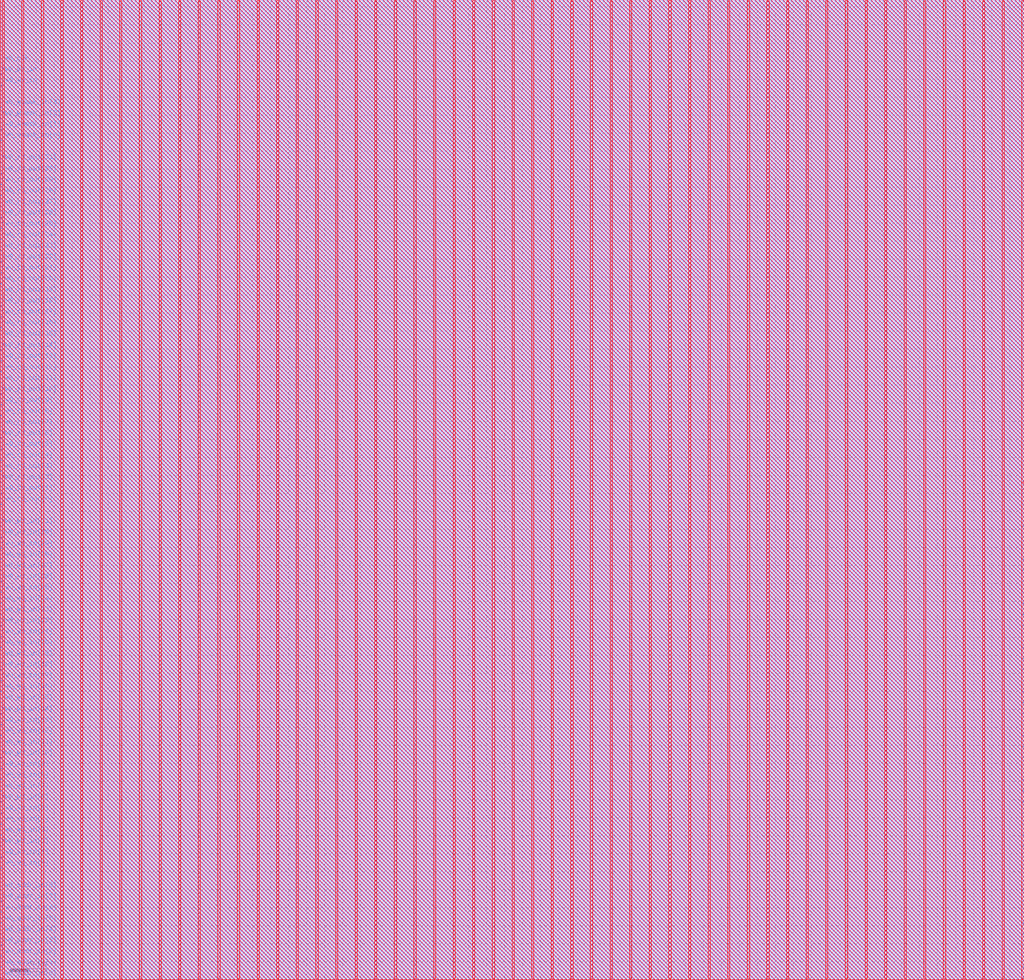
<source format=lef>
# Generated by FakeRAM 2.0
VERSION 5.7 ;
BUSBITCHARS "[]" ;
PROPERTYDEFINITIONS
  MACRO width INTEGER ;
  MACRO depth INTEGER ;
  MACRO banks INTEGER ;
END PROPERTYDEFINITIONS
MACRO liteeth_1rw1r_32w384d_8_sram
  PROPERTY width 32 ;
  PROPERTY depth 384 ;
  PROPERTY banks 1 ;
  FOREIGN liteeth_1rw1r_32w384d_8_sram 0 0 ;
  SYMMETRY X Y R90 ;
  SIZE 568.100 BY 544.000 ;
  CLASS BLOCK ;
  PIN r0_addr_in[0]
    DIRECTION INPUT ;
    USE SIGNAL ;
    SHAPE ABUTMENT ;
    PORT
      LAYER met3 ;
      RECT 567.300 0.680 568.100 0.980 ;
    END
  END r0_addr_in[0]
  PIN r0_addr_in[1]
    DIRECTION INPUT ;
    USE SIGNAL ;
    SHAPE ABUTMENT ;
    PORT
      LAYER met3 ;
      RECT 567.300 6.800 568.100 7.100 ;
    END
  END r0_addr_in[1]
  PIN r0_addr_in[2]
    DIRECTION INPUT ;
    USE SIGNAL ;
    SHAPE ABUTMENT ;
    PORT
      LAYER met3 ;
      RECT 567.300 12.920 568.100 13.220 ;
    END
  END r0_addr_in[2]
  PIN r0_addr_in[3]
    DIRECTION INPUT ;
    USE SIGNAL ;
    SHAPE ABUTMENT ;
    PORT
      LAYER met3 ;
      RECT 567.300 19.040 568.100 19.340 ;
    END
  END r0_addr_in[3]
  PIN r0_addr_in[4]
    DIRECTION INPUT ;
    USE SIGNAL ;
    SHAPE ABUTMENT ;
    PORT
      LAYER met3 ;
      RECT 567.300 25.160 568.100 25.460 ;
    END
  END r0_addr_in[4]
  PIN r0_addr_in[5]
    DIRECTION INPUT ;
    USE SIGNAL ;
    SHAPE ABUTMENT ;
    PORT
      LAYER met3 ;
      RECT 567.300 31.280 568.100 31.580 ;
    END
  END r0_addr_in[5]
  PIN r0_addr_in[6]
    DIRECTION INPUT ;
    USE SIGNAL ;
    SHAPE ABUTMENT ;
    PORT
      LAYER met3 ;
      RECT 567.300 37.400 568.100 37.700 ;
    END
  END r0_addr_in[6]
  PIN r0_addr_in[7]
    DIRECTION INPUT ;
    USE SIGNAL ;
    SHAPE ABUTMENT ;
    PORT
      LAYER met3 ;
      RECT 567.300 43.520 568.100 43.820 ;
    END
  END r0_addr_in[7]
  PIN r0_addr_in[8]
    DIRECTION INPUT ;
    USE SIGNAL ;
    SHAPE ABUTMENT ;
    PORT
      LAYER met3 ;
      RECT 567.300 49.640 568.100 49.940 ;
    END
  END r0_addr_in[8]
  PIN r0_rd_out[0]
    DIRECTION OUTPUT ;
    USE SIGNAL ;
    SHAPE ABUTMENT ;
    PORT
      LAYER met3 ;
      RECT 567.300 61.880 568.100 62.180 ;
    END
  END r0_rd_out[0]
  PIN r0_rd_out[1]
    DIRECTION OUTPUT ;
    USE SIGNAL ;
    SHAPE ABUTMENT ;
    PORT
      LAYER met3 ;
      RECT 567.300 68.000 568.100 68.300 ;
    END
  END r0_rd_out[1]
  PIN r0_rd_out[2]
    DIRECTION OUTPUT ;
    USE SIGNAL ;
    SHAPE ABUTMENT ;
    PORT
      LAYER met3 ;
      RECT 567.300 74.120 568.100 74.420 ;
    END
  END r0_rd_out[2]
  PIN r0_rd_out[3]
    DIRECTION OUTPUT ;
    USE SIGNAL ;
    SHAPE ABUTMENT ;
    PORT
      LAYER met3 ;
      RECT 567.300 80.240 568.100 80.540 ;
    END
  END r0_rd_out[3]
  PIN r0_rd_out[4]
    DIRECTION OUTPUT ;
    USE SIGNAL ;
    SHAPE ABUTMENT ;
    PORT
      LAYER met3 ;
      RECT 567.300 86.360 568.100 86.660 ;
    END
  END r0_rd_out[4]
  PIN r0_rd_out[5]
    DIRECTION OUTPUT ;
    USE SIGNAL ;
    SHAPE ABUTMENT ;
    PORT
      LAYER met3 ;
      RECT 567.300 92.480 568.100 92.780 ;
    END
  END r0_rd_out[5]
  PIN r0_rd_out[6]
    DIRECTION OUTPUT ;
    USE SIGNAL ;
    SHAPE ABUTMENT ;
    PORT
      LAYER met3 ;
      RECT 567.300 98.600 568.100 98.900 ;
    END
  END r0_rd_out[6]
  PIN r0_rd_out[7]
    DIRECTION OUTPUT ;
    USE SIGNAL ;
    SHAPE ABUTMENT ;
    PORT
      LAYER met3 ;
      RECT 567.300 104.720 568.100 105.020 ;
    END
  END r0_rd_out[7]
  PIN r0_rd_out[8]
    DIRECTION OUTPUT ;
    USE SIGNAL ;
    SHAPE ABUTMENT ;
    PORT
      LAYER met3 ;
      RECT 567.300 110.840 568.100 111.140 ;
    END
  END r0_rd_out[8]
  PIN r0_rd_out[9]
    DIRECTION OUTPUT ;
    USE SIGNAL ;
    SHAPE ABUTMENT ;
    PORT
      LAYER met3 ;
      RECT 567.300 116.960 568.100 117.260 ;
    END
  END r0_rd_out[9]
  PIN r0_rd_out[10]
    DIRECTION OUTPUT ;
    USE SIGNAL ;
    SHAPE ABUTMENT ;
    PORT
      LAYER met3 ;
      RECT 567.300 123.080 568.100 123.380 ;
    END
  END r0_rd_out[10]
  PIN r0_rd_out[11]
    DIRECTION OUTPUT ;
    USE SIGNAL ;
    SHAPE ABUTMENT ;
    PORT
      LAYER met3 ;
      RECT 567.300 129.200 568.100 129.500 ;
    END
  END r0_rd_out[11]
  PIN r0_rd_out[12]
    DIRECTION OUTPUT ;
    USE SIGNAL ;
    SHAPE ABUTMENT ;
    PORT
      LAYER met3 ;
      RECT 567.300 135.320 568.100 135.620 ;
    END
  END r0_rd_out[12]
  PIN r0_rd_out[13]
    DIRECTION OUTPUT ;
    USE SIGNAL ;
    SHAPE ABUTMENT ;
    PORT
      LAYER met3 ;
      RECT 567.300 141.440 568.100 141.740 ;
    END
  END r0_rd_out[13]
  PIN r0_rd_out[14]
    DIRECTION OUTPUT ;
    USE SIGNAL ;
    SHAPE ABUTMENT ;
    PORT
      LAYER met3 ;
      RECT 567.300 147.560 568.100 147.860 ;
    END
  END r0_rd_out[14]
  PIN r0_rd_out[15]
    DIRECTION OUTPUT ;
    USE SIGNAL ;
    SHAPE ABUTMENT ;
    PORT
      LAYER met3 ;
      RECT 567.300 153.680 568.100 153.980 ;
    END
  END r0_rd_out[15]
  PIN r0_rd_out[16]
    DIRECTION OUTPUT ;
    USE SIGNAL ;
    SHAPE ABUTMENT ;
    PORT
      LAYER met3 ;
      RECT 567.300 159.800 568.100 160.100 ;
    END
  END r0_rd_out[16]
  PIN r0_rd_out[17]
    DIRECTION OUTPUT ;
    USE SIGNAL ;
    SHAPE ABUTMENT ;
    PORT
      LAYER met3 ;
      RECT 567.300 165.920 568.100 166.220 ;
    END
  END r0_rd_out[17]
  PIN r0_rd_out[18]
    DIRECTION OUTPUT ;
    USE SIGNAL ;
    SHAPE ABUTMENT ;
    PORT
      LAYER met3 ;
      RECT 567.300 172.040 568.100 172.340 ;
    END
  END r0_rd_out[18]
  PIN r0_rd_out[19]
    DIRECTION OUTPUT ;
    USE SIGNAL ;
    SHAPE ABUTMENT ;
    PORT
      LAYER met3 ;
      RECT 567.300 178.160 568.100 178.460 ;
    END
  END r0_rd_out[19]
  PIN r0_rd_out[20]
    DIRECTION OUTPUT ;
    USE SIGNAL ;
    SHAPE ABUTMENT ;
    PORT
      LAYER met3 ;
      RECT 567.300 184.280 568.100 184.580 ;
    END
  END r0_rd_out[20]
  PIN r0_rd_out[21]
    DIRECTION OUTPUT ;
    USE SIGNAL ;
    SHAPE ABUTMENT ;
    PORT
      LAYER met3 ;
      RECT 567.300 190.400 568.100 190.700 ;
    END
  END r0_rd_out[21]
  PIN r0_rd_out[22]
    DIRECTION OUTPUT ;
    USE SIGNAL ;
    SHAPE ABUTMENT ;
    PORT
      LAYER met3 ;
      RECT 567.300 196.520 568.100 196.820 ;
    END
  END r0_rd_out[22]
  PIN r0_rd_out[23]
    DIRECTION OUTPUT ;
    USE SIGNAL ;
    SHAPE ABUTMENT ;
    PORT
      LAYER met3 ;
      RECT 567.300 202.640 568.100 202.940 ;
    END
  END r0_rd_out[23]
  PIN r0_rd_out[24]
    DIRECTION OUTPUT ;
    USE SIGNAL ;
    SHAPE ABUTMENT ;
    PORT
      LAYER met3 ;
      RECT 567.300 208.760 568.100 209.060 ;
    END
  END r0_rd_out[24]
  PIN r0_rd_out[25]
    DIRECTION OUTPUT ;
    USE SIGNAL ;
    SHAPE ABUTMENT ;
    PORT
      LAYER met3 ;
      RECT 567.300 214.880 568.100 215.180 ;
    END
  END r0_rd_out[25]
  PIN r0_rd_out[26]
    DIRECTION OUTPUT ;
    USE SIGNAL ;
    SHAPE ABUTMENT ;
    PORT
      LAYER met3 ;
      RECT 567.300 221.000 568.100 221.300 ;
    END
  END r0_rd_out[26]
  PIN r0_rd_out[27]
    DIRECTION OUTPUT ;
    USE SIGNAL ;
    SHAPE ABUTMENT ;
    PORT
      LAYER met3 ;
      RECT 567.300 227.120 568.100 227.420 ;
    END
  END r0_rd_out[27]
  PIN r0_rd_out[28]
    DIRECTION OUTPUT ;
    USE SIGNAL ;
    SHAPE ABUTMENT ;
    PORT
      LAYER met3 ;
      RECT 567.300 233.240 568.100 233.540 ;
    END
  END r0_rd_out[28]
  PIN r0_rd_out[29]
    DIRECTION OUTPUT ;
    USE SIGNAL ;
    SHAPE ABUTMENT ;
    PORT
      LAYER met3 ;
      RECT 567.300 239.360 568.100 239.660 ;
    END
  END r0_rd_out[29]
  PIN r0_rd_out[30]
    DIRECTION OUTPUT ;
    USE SIGNAL ;
    SHAPE ABUTMENT ;
    PORT
      LAYER met3 ;
      RECT 567.300 245.480 568.100 245.780 ;
    END
  END r0_rd_out[30]
  PIN r0_rd_out[31]
    DIRECTION OUTPUT ;
    USE SIGNAL ;
    SHAPE ABUTMENT ;
    PORT
      LAYER met3 ;
      RECT 567.300 251.600 568.100 251.900 ;
    END
  END r0_rd_out[31]
  PIN r0_ce_in
    DIRECTION INPUT ;
    USE SIGNAL ;
    SHAPE ABUTMENT ;
    PORT
      LAYER met3 ;
      RECT 567.300 263.840 568.100 264.140 ;
    END
  END r0_ce_in
  PIN r0_clk
    DIRECTION INPUT ;
    USE SIGNAL ;
    SHAPE ABUTMENT ;
    PORT
      LAYER met3 ;
      RECT 567.300 269.960 568.100 270.260 ;
    END
  END r0_clk
  PIN rw0_addr_in[0]
    DIRECTION INPUT ;
    USE SIGNAL ;
    SHAPE ABUTMENT ;
    PORT
      LAYER met3 ;
      RECT 0.000 0.680 0.800 0.980 ;
    END
  END rw0_addr_in[0]
  PIN rw0_addr_in[1]
    DIRECTION INPUT ;
    USE SIGNAL ;
    SHAPE ABUTMENT ;
    PORT
      LAYER met3 ;
      RECT 0.000 6.800 0.800 7.100 ;
    END
  END rw0_addr_in[1]
  PIN rw0_addr_in[2]
    DIRECTION INPUT ;
    USE SIGNAL ;
    SHAPE ABUTMENT ;
    PORT
      LAYER met3 ;
      RECT 0.000 12.920 0.800 13.220 ;
    END
  END rw0_addr_in[2]
  PIN rw0_addr_in[3]
    DIRECTION INPUT ;
    USE SIGNAL ;
    SHAPE ABUTMENT ;
    PORT
      LAYER met3 ;
      RECT 0.000 19.040 0.800 19.340 ;
    END
  END rw0_addr_in[3]
  PIN rw0_addr_in[4]
    DIRECTION INPUT ;
    USE SIGNAL ;
    SHAPE ABUTMENT ;
    PORT
      LAYER met3 ;
      RECT 0.000 25.160 0.800 25.460 ;
    END
  END rw0_addr_in[4]
  PIN rw0_addr_in[5]
    DIRECTION INPUT ;
    USE SIGNAL ;
    SHAPE ABUTMENT ;
    PORT
      LAYER met3 ;
      RECT 0.000 31.280 0.800 31.580 ;
    END
  END rw0_addr_in[5]
  PIN rw0_addr_in[6]
    DIRECTION INPUT ;
    USE SIGNAL ;
    SHAPE ABUTMENT ;
    PORT
      LAYER met3 ;
      RECT 0.000 37.400 0.800 37.700 ;
    END
  END rw0_addr_in[6]
  PIN rw0_addr_in[7]
    DIRECTION INPUT ;
    USE SIGNAL ;
    SHAPE ABUTMENT ;
    PORT
      LAYER met3 ;
      RECT 0.000 43.520 0.800 43.820 ;
    END
  END rw0_addr_in[7]
  PIN rw0_addr_in[8]
    DIRECTION INPUT ;
    USE SIGNAL ;
    SHAPE ABUTMENT ;
    PORT
      LAYER met3 ;
      RECT 0.000 49.640 0.800 49.940 ;
    END
  END rw0_addr_in[8]
  PIN rw0_wd_in[0]
    DIRECTION INPUT ;
    USE SIGNAL ;
    SHAPE ABUTMENT ;
    PORT
      LAYER met3 ;
      RECT 0.000 61.880 0.800 62.180 ;
    END
  END rw0_wd_in[0]
  PIN rw0_wd_in[1]
    DIRECTION INPUT ;
    USE SIGNAL ;
    SHAPE ABUTMENT ;
    PORT
      LAYER met3 ;
      RECT 0.000 68.000 0.800 68.300 ;
    END
  END rw0_wd_in[1]
  PIN rw0_wd_in[2]
    DIRECTION INPUT ;
    USE SIGNAL ;
    SHAPE ABUTMENT ;
    PORT
      LAYER met3 ;
      RECT 0.000 74.120 0.800 74.420 ;
    END
  END rw0_wd_in[2]
  PIN rw0_wd_in[3]
    DIRECTION INPUT ;
    USE SIGNAL ;
    SHAPE ABUTMENT ;
    PORT
      LAYER met3 ;
      RECT 0.000 80.240 0.800 80.540 ;
    END
  END rw0_wd_in[3]
  PIN rw0_wd_in[4]
    DIRECTION INPUT ;
    USE SIGNAL ;
    SHAPE ABUTMENT ;
    PORT
      LAYER met3 ;
      RECT 0.000 86.360 0.800 86.660 ;
    END
  END rw0_wd_in[4]
  PIN rw0_wd_in[5]
    DIRECTION INPUT ;
    USE SIGNAL ;
    SHAPE ABUTMENT ;
    PORT
      LAYER met3 ;
      RECT 0.000 92.480 0.800 92.780 ;
    END
  END rw0_wd_in[5]
  PIN rw0_wd_in[6]
    DIRECTION INPUT ;
    USE SIGNAL ;
    SHAPE ABUTMENT ;
    PORT
      LAYER met3 ;
      RECT 0.000 98.600 0.800 98.900 ;
    END
  END rw0_wd_in[6]
  PIN rw0_wd_in[7]
    DIRECTION INPUT ;
    USE SIGNAL ;
    SHAPE ABUTMENT ;
    PORT
      LAYER met3 ;
      RECT 0.000 104.720 0.800 105.020 ;
    END
  END rw0_wd_in[7]
  PIN rw0_wd_in[8]
    DIRECTION INPUT ;
    USE SIGNAL ;
    SHAPE ABUTMENT ;
    PORT
      LAYER met3 ;
      RECT 0.000 110.840 0.800 111.140 ;
    END
  END rw0_wd_in[8]
  PIN rw0_wd_in[9]
    DIRECTION INPUT ;
    USE SIGNAL ;
    SHAPE ABUTMENT ;
    PORT
      LAYER met3 ;
      RECT 0.000 116.960 0.800 117.260 ;
    END
  END rw0_wd_in[9]
  PIN rw0_wd_in[10]
    DIRECTION INPUT ;
    USE SIGNAL ;
    SHAPE ABUTMENT ;
    PORT
      LAYER met3 ;
      RECT 0.000 123.080 0.800 123.380 ;
    END
  END rw0_wd_in[10]
  PIN rw0_wd_in[11]
    DIRECTION INPUT ;
    USE SIGNAL ;
    SHAPE ABUTMENT ;
    PORT
      LAYER met3 ;
      RECT 0.000 129.200 0.800 129.500 ;
    END
  END rw0_wd_in[11]
  PIN rw0_wd_in[12]
    DIRECTION INPUT ;
    USE SIGNAL ;
    SHAPE ABUTMENT ;
    PORT
      LAYER met3 ;
      RECT 0.000 135.320 0.800 135.620 ;
    END
  END rw0_wd_in[12]
  PIN rw0_wd_in[13]
    DIRECTION INPUT ;
    USE SIGNAL ;
    SHAPE ABUTMENT ;
    PORT
      LAYER met3 ;
      RECT 0.000 141.440 0.800 141.740 ;
    END
  END rw0_wd_in[13]
  PIN rw0_wd_in[14]
    DIRECTION INPUT ;
    USE SIGNAL ;
    SHAPE ABUTMENT ;
    PORT
      LAYER met3 ;
      RECT 0.000 147.560 0.800 147.860 ;
    END
  END rw0_wd_in[14]
  PIN rw0_wd_in[15]
    DIRECTION INPUT ;
    USE SIGNAL ;
    SHAPE ABUTMENT ;
    PORT
      LAYER met3 ;
      RECT 0.000 153.680 0.800 153.980 ;
    END
  END rw0_wd_in[15]
  PIN rw0_wd_in[16]
    DIRECTION INPUT ;
    USE SIGNAL ;
    SHAPE ABUTMENT ;
    PORT
      LAYER met3 ;
      RECT 0.000 159.800 0.800 160.100 ;
    END
  END rw0_wd_in[16]
  PIN rw0_wd_in[17]
    DIRECTION INPUT ;
    USE SIGNAL ;
    SHAPE ABUTMENT ;
    PORT
      LAYER met3 ;
      RECT 0.000 165.920 0.800 166.220 ;
    END
  END rw0_wd_in[17]
  PIN rw0_wd_in[18]
    DIRECTION INPUT ;
    USE SIGNAL ;
    SHAPE ABUTMENT ;
    PORT
      LAYER met3 ;
      RECT 0.000 172.040 0.800 172.340 ;
    END
  END rw0_wd_in[18]
  PIN rw0_wd_in[19]
    DIRECTION INPUT ;
    USE SIGNAL ;
    SHAPE ABUTMENT ;
    PORT
      LAYER met3 ;
      RECT 0.000 178.160 0.800 178.460 ;
    END
  END rw0_wd_in[19]
  PIN rw0_wd_in[20]
    DIRECTION INPUT ;
    USE SIGNAL ;
    SHAPE ABUTMENT ;
    PORT
      LAYER met3 ;
      RECT 0.000 184.280 0.800 184.580 ;
    END
  END rw0_wd_in[20]
  PIN rw0_wd_in[21]
    DIRECTION INPUT ;
    USE SIGNAL ;
    SHAPE ABUTMENT ;
    PORT
      LAYER met3 ;
      RECT 0.000 190.400 0.800 190.700 ;
    END
  END rw0_wd_in[21]
  PIN rw0_wd_in[22]
    DIRECTION INPUT ;
    USE SIGNAL ;
    SHAPE ABUTMENT ;
    PORT
      LAYER met3 ;
      RECT 0.000 196.520 0.800 196.820 ;
    END
  END rw0_wd_in[22]
  PIN rw0_wd_in[23]
    DIRECTION INPUT ;
    USE SIGNAL ;
    SHAPE ABUTMENT ;
    PORT
      LAYER met3 ;
      RECT 0.000 202.640 0.800 202.940 ;
    END
  END rw0_wd_in[23]
  PIN rw0_wd_in[24]
    DIRECTION INPUT ;
    USE SIGNAL ;
    SHAPE ABUTMENT ;
    PORT
      LAYER met3 ;
      RECT 0.000 208.760 0.800 209.060 ;
    END
  END rw0_wd_in[24]
  PIN rw0_wd_in[25]
    DIRECTION INPUT ;
    USE SIGNAL ;
    SHAPE ABUTMENT ;
    PORT
      LAYER met3 ;
      RECT 0.000 214.880 0.800 215.180 ;
    END
  END rw0_wd_in[25]
  PIN rw0_wd_in[26]
    DIRECTION INPUT ;
    USE SIGNAL ;
    SHAPE ABUTMENT ;
    PORT
      LAYER met3 ;
      RECT 0.000 221.000 0.800 221.300 ;
    END
  END rw0_wd_in[26]
  PIN rw0_wd_in[27]
    DIRECTION INPUT ;
    USE SIGNAL ;
    SHAPE ABUTMENT ;
    PORT
      LAYER met3 ;
      RECT 0.000 227.120 0.800 227.420 ;
    END
  END rw0_wd_in[27]
  PIN rw0_wd_in[28]
    DIRECTION INPUT ;
    USE SIGNAL ;
    SHAPE ABUTMENT ;
    PORT
      LAYER met3 ;
      RECT 0.000 233.240 0.800 233.540 ;
    END
  END rw0_wd_in[28]
  PIN rw0_wd_in[29]
    DIRECTION INPUT ;
    USE SIGNAL ;
    SHAPE ABUTMENT ;
    PORT
      LAYER met3 ;
      RECT 0.000 239.360 0.800 239.660 ;
    END
  END rw0_wd_in[29]
  PIN rw0_wd_in[30]
    DIRECTION INPUT ;
    USE SIGNAL ;
    SHAPE ABUTMENT ;
    PORT
      LAYER met3 ;
      RECT 0.000 245.480 0.800 245.780 ;
    END
  END rw0_wd_in[30]
  PIN rw0_wd_in[31]
    DIRECTION INPUT ;
    USE SIGNAL ;
    SHAPE ABUTMENT ;
    PORT
      LAYER met3 ;
      RECT 0.000 251.600 0.800 251.900 ;
    END
  END rw0_wd_in[31]
  PIN rw0_rd_out[0]
    DIRECTION OUTPUT ;
    USE SIGNAL ;
    SHAPE ABUTMENT ;
    PORT
      LAYER met3 ;
      RECT 0.000 263.840 0.800 264.140 ;
    END
  END rw0_rd_out[0]
  PIN rw0_rd_out[1]
    DIRECTION OUTPUT ;
    USE SIGNAL ;
    SHAPE ABUTMENT ;
    PORT
      LAYER met3 ;
      RECT 0.000 269.960 0.800 270.260 ;
    END
  END rw0_rd_out[1]
  PIN rw0_rd_out[2]
    DIRECTION OUTPUT ;
    USE SIGNAL ;
    SHAPE ABUTMENT ;
    PORT
      LAYER met3 ;
      RECT 0.000 276.080 0.800 276.380 ;
    END
  END rw0_rd_out[2]
  PIN rw0_rd_out[3]
    DIRECTION OUTPUT ;
    USE SIGNAL ;
    SHAPE ABUTMENT ;
    PORT
      LAYER met3 ;
      RECT 0.000 282.200 0.800 282.500 ;
    END
  END rw0_rd_out[3]
  PIN rw0_rd_out[4]
    DIRECTION OUTPUT ;
    USE SIGNAL ;
    SHAPE ABUTMENT ;
    PORT
      LAYER met3 ;
      RECT 0.000 288.320 0.800 288.620 ;
    END
  END rw0_rd_out[4]
  PIN rw0_rd_out[5]
    DIRECTION OUTPUT ;
    USE SIGNAL ;
    SHAPE ABUTMENT ;
    PORT
      LAYER met3 ;
      RECT 0.000 294.440 0.800 294.740 ;
    END
  END rw0_rd_out[5]
  PIN rw0_rd_out[6]
    DIRECTION OUTPUT ;
    USE SIGNAL ;
    SHAPE ABUTMENT ;
    PORT
      LAYER met3 ;
      RECT 0.000 300.560 0.800 300.860 ;
    END
  END rw0_rd_out[6]
  PIN rw0_rd_out[7]
    DIRECTION OUTPUT ;
    USE SIGNAL ;
    SHAPE ABUTMENT ;
    PORT
      LAYER met3 ;
      RECT 0.000 306.680 0.800 306.980 ;
    END
  END rw0_rd_out[7]
  PIN rw0_rd_out[8]
    DIRECTION OUTPUT ;
    USE SIGNAL ;
    SHAPE ABUTMENT ;
    PORT
      LAYER met3 ;
      RECT 0.000 312.800 0.800 313.100 ;
    END
  END rw0_rd_out[8]
  PIN rw0_rd_out[9]
    DIRECTION OUTPUT ;
    USE SIGNAL ;
    SHAPE ABUTMENT ;
    PORT
      LAYER met3 ;
      RECT 0.000 318.920 0.800 319.220 ;
    END
  END rw0_rd_out[9]
  PIN rw0_rd_out[10]
    DIRECTION OUTPUT ;
    USE SIGNAL ;
    SHAPE ABUTMENT ;
    PORT
      LAYER met3 ;
      RECT 0.000 325.040 0.800 325.340 ;
    END
  END rw0_rd_out[10]
  PIN rw0_rd_out[11]
    DIRECTION OUTPUT ;
    USE SIGNAL ;
    SHAPE ABUTMENT ;
    PORT
      LAYER met3 ;
      RECT 0.000 331.160 0.800 331.460 ;
    END
  END rw0_rd_out[11]
  PIN rw0_rd_out[12]
    DIRECTION OUTPUT ;
    USE SIGNAL ;
    SHAPE ABUTMENT ;
    PORT
      LAYER met3 ;
      RECT 0.000 337.280 0.800 337.580 ;
    END
  END rw0_rd_out[12]
  PIN rw0_rd_out[13]
    DIRECTION OUTPUT ;
    USE SIGNAL ;
    SHAPE ABUTMENT ;
    PORT
      LAYER met3 ;
      RECT 0.000 343.400 0.800 343.700 ;
    END
  END rw0_rd_out[13]
  PIN rw0_rd_out[14]
    DIRECTION OUTPUT ;
    USE SIGNAL ;
    SHAPE ABUTMENT ;
    PORT
      LAYER met3 ;
      RECT 0.000 349.520 0.800 349.820 ;
    END
  END rw0_rd_out[14]
  PIN rw0_rd_out[15]
    DIRECTION OUTPUT ;
    USE SIGNAL ;
    SHAPE ABUTMENT ;
    PORT
      LAYER met3 ;
      RECT 0.000 355.640 0.800 355.940 ;
    END
  END rw0_rd_out[15]
  PIN rw0_rd_out[16]
    DIRECTION OUTPUT ;
    USE SIGNAL ;
    SHAPE ABUTMENT ;
    PORT
      LAYER met3 ;
      RECT 0.000 361.760 0.800 362.060 ;
    END
  END rw0_rd_out[16]
  PIN rw0_rd_out[17]
    DIRECTION OUTPUT ;
    USE SIGNAL ;
    SHAPE ABUTMENT ;
    PORT
      LAYER met3 ;
      RECT 0.000 367.880 0.800 368.180 ;
    END
  END rw0_rd_out[17]
  PIN rw0_rd_out[18]
    DIRECTION OUTPUT ;
    USE SIGNAL ;
    SHAPE ABUTMENT ;
    PORT
      LAYER met3 ;
      RECT 0.000 374.000 0.800 374.300 ;
    END
  END rw0_rd_out[18]
  PIN rw0_rd_out[19]
    DIRECTION OUTPUT ;
    USE SIGNAL ;
    SHAPE ABUTMENT ;
    PORT
      LAYER met3 ;
      RECT 0.000 380.120 0.800 380.420 ;
    END
  END rw0_rd_out[19]
  PIN rw0_rd_out[20]
    DIRECTION OUTPUT ;
    USE SIGNAL ;
    SHAPE ABUTMENT ;
    PORT
      LAYER met3 ;
      RECT 0.000 386.240 0.800 386.540 ;
    END
  END rw0_rd_out[20]
  PIN rw0_rd_out[21]
    DIRECTION OUTPUT ;
    USE SIGNAL ;
    SHAPE ABUTMENT ;
    PORT
      LAYER met3 ;
      RECT 0.000 392.360 0.800 392.660 ;
    END
  END rw0_rd_out[21]
  PIN rw0_rd_out[22]
    DIRECTION OUTPUT ;
    USE SIGNAL ;
    SHAPE ABUTMENT ;
    PORT
      LAYER met3 ;
      RECT 0.000 398.480 0.800 398.780 ;
    END
  END rw0_rd_out[22]
  PIN rw0_rd_out[23]
    DIRECTION OUTPUT ;
    USE SIGNAL ;
    SHAPE ABUTMENT ;
    PORT
      LAYER met3 ;
      RECT 0.000 404.600 0.800 404.900 ;
    END
  END rw0_rd_out[23]
  PIN rw0_rd_out[24]
    DIRECTION OUTPUT ;
    USE SIGNAL ;
    SHAPE ABUTMENT ;
    PORT
      LAYER met3 ;
      RECT 0.000 410.720 0.800 411.020 ;
    END
  END rw0_rd_out[24]
  PIN rw0_rd_out[25]
    DIRECTION OUTPUT ;
    USE SIGNAL ;
    SHAPE ABUTMENT ;
    PORT
      LAYER met3 ;
      RECT 0.000 416.840 0.800 417.140 ;
    END
  END rw0_rd_out[25]
  PIN rw0_rd_out[26]
    DIRECTION OUTPUT ;
    USE SIGNAL ;
    SHAPE ABUTMENT ;
    PORT
      LAYER met3 ;
      RECT 0.000 422.960 0.800 423.260 ;
    END
  END rw0_rd_out[26]
  PIN rw0_rd_out[27]
    DIRECTION OUTPUT ;
    USE SIGNAL ;
    SHAPE ABUTMENT ;
    PORT
      LAYER met3 ;
      RECT 0.000 429.080 0.800 429.380 ;
    END
  END rw0_rd_out[27]
  PIN rw0_rd_out[28]
    DIRECTION OUTPUT ;
    USE SIGNAL ;
    SHAPE ABUTMENT ;
    PORT
      LAYER met3 ;
      RECT 0.000 435.200 0.800 435.500 ;
    END
  END rw0_rd_out[28]
  PIN rw0_rd_out[29]
    DIRECTION OUTPUT ;
    USE SIGNAL ;
    SHAPE ABUTMENT ;
    PORT
      LAYER met3 ;
      RECT 0.000 441.320 0.800 441.620 ;
    END
  END rw0_rd_out[29]
  PIN rw0_rd_out[30]
    DIRECTION OUTPUT ;
    USE SIGNAL ;
    SHAPE ABUTMENT ;
    PORT
      LAYER met3 ;
      RECT 0.000 447.440 0.800 447.740 ;
    END
  END rw0_rd_out[30]
  PIN rw0_rd_out[31]
    DIRECTION OUTPUT ;
    USE SIGNAL ;
    SHAPE ABUTMENT ;
    PORT
      LAYER met3 ;
      RECT 0.000 453.560 0.800 453.860 ;
    END
  END rw0_rd_out[31]
  PIN rw0_wmask_in[0]
    DIRECTION INPUT ;
    USE SIGNAL ;
    SHAPE ABUTMENT ;
    PORT
      LAYER met3 ;
      RECT 0.000 465.800 0.800 466.100 ;
    END
  END rw0_wmask_in[0]
  PIN rw0_wmask_in[1]
    DIRECTION INPUT ;
    USE SIGNAL ;
    SHAPE ABUTMENT ;
    PORT
      LAYER met3 ;
      RECT 0.000 471.920 0.800 472.220 ;
    END
  END rw0_wmask_in[1]
  PIN rw0_wmask_in[2]
    DIRECTION INPUT ;
    USE SIGNAL ;
    SHAPE ABUTMENT ;
    PORT
      LAYER met3 ;
      RECT 0.000 478.040 0.800 478.340 ;
    END
  END rw0_wmask_in[2]
  PIN rw0_wmask_in[3]
    DIRECTION INPUT ;
    USE SIGNAL ;
    SHAPE ABUTMENT ;
    PORT
      LAYER met3 ;
      RECT 0.000 484.160 0.800 484.460 ;
    END
  END rw0_wmask_in[3]
  PIN rw0_we_in
    DIRECTION INPUT ;
    USE SIGNAL ;
    SHAPE ABUTMENT ;
    PORT
      LAYER met3 ;
      RECT 0.000 496.400 0.800 496.700 ;
    END
  END rw0_we_in
  PIN rw0_ce_in
    DIRECTION INPUT ;
    USE SIGNAL ;
    SHAPE ABUTMENT ;
    PORT
      LAYER met3 ;
      RECT 0.000 502.520 0.800 502.820 ;
    END
  END rw0_ce_in
  PIN rw0_clk
    DIRECTION INPUT ;
    USE SIGNAL ;
    SHAPE ABUTMENT ;
    PORT
      LAYER met3 ;
      RECT 0.000 508.640 0.800 508.940 ;
    END
  END rw0_clk
  PIN VSS
    DIRECTION INOUT ;
    USE GROUND ;
    PORT
      LAYER met4 ;
      RECT 1.060 0.680 2.260 543.320 ;
      RECT 11.940 0.680 13.140 543.320 ;
      RECT 22.820 0.680 24.020 543.320 ;
      RECT 33.700 0.680 34.900 543.320 ;
      RECT 44.580 0.680 45.780 543.320 ;
      RECT 55.460 0.680 56.660 543.320 ;
      RECT 66.340 0.680 67.540 543.320 ;
      RECT 77.220 0.680 78.420 543.320 ;
      RECT 88.100 0.680 89.300 543.320 ;
      RECT 98.980 0.680 100.180 543.320 ;
      RECT 109.860 0.680 111.060 543.320 ;
      RECT 120.740 0.680 121.940 543.320 ;
      RECT 131.620 0.680 132.820 543.320 ;
      RECT 142.500 0.680 143.700 543.320 ;
      RECT 153.380 0.680 154.580 543.320 ;
      RECT 164.260 0.680 165.460 543.320 ;
      RECT 175.140 0.680 176.340 543.320 ;
      RECT 186.020 0.680 187.220 543.320 ;
      RECT 196.900 0.680 198.100 543.320 ;
      RECT 207.780 0.680 208.980 543.320 ;
      RECT 218.660 0.680 219.860 543.320 ;
      RECT 229.540 0.680 230.740 543.320 ;
      RECT 240.420 0.680 241.620 543.320 ;
      RECT 251.300 0.680 252.500 543.320 ;
      RECT 262.180 0.680 263.380 543.320 ;
      RECT 273.060 0.680 274.260 543.320 ;
      RECT 283.940 0.680 285.140 543.320 ;
      RECT 294.820 0.680 296.020 543.320 ;
      RECT 305.700 0.680 306.900 543.320 ;
      RECT 316.580 0.680 317.780 543.320 ;
      RECT 327.460 0.680 328.660 543.320 ;
      RECT 338.340 0.680 339.540 543.320 ;
      RECT 349.220 0.680 350.420 543.320 ;
      RECT 360.100 0.680 361.300 543.320 ;
      RECT 370.980 0.680 372.180 543.320 ;
      RECT 381.860 0.680 383.060 543.320 ;
      RECT 392.740 0.680 393.940 543.320 ;
      RECT 403.620 0.680 404.820 543.320 ;
      RECT 414.500 0.680 415.700 543.320 ;
      RECT 425.380 0.680 426.580 543.320 ;
      RECT 436.260 0.680 437.460 543.320 ;
      RECT 447.140 0.680 448.340 543.320 ;
      RECT 458.020 0.680 459.220 543.320 ;
      RECT 468.900 0.680 470.100 543.320 ;
      RECT 479.780 0.680 480.980 543.320 ;
      RECT 490.660 0.680 491.860 543.320 ;
      RECT 501.540 0.680 502.740 543.320 ;
      RECT 512.420 0.680 513.620 543.320 ;
      RECT 523.300 0.680 524.500 543.320 ;
      RECT 534.180 0.680 535.380 543.320 ;
      RECT 545.060 0.680 546.260 543.320 ;
      RECT 555.940 0.680 557.140 543.320 ;
      RECT 566.820 0.680 568.020 543.320 ;
    END
  END VSS
  PIN VDD
    DIRECTION INOUT ;
    USE POWER ;
    PORT
      LAYER met4 ;
      RECT 1.060 0.680 2.260 543.320 ;
      RECT 11.940 0.680 13.140 543.320 ;
      RECT 22.820 0.680 24.020 543.320 ;
      RECT 33.700 0.680 34.900 543.320 ;
      RECT 44.580 0.680 45.780 543.320 ;
      RECT 55.460 0.680 56.660 543.320 ;
      RECT 66.340 0.680 67.540 543.320 ;
      RECT 77.220 0.680 78.420 543.320 ;
      RECT 88.100 0.680 89.300 543.320 ;
      RECT 98.980 0.680 100.180 543.320 ;
      RECT 109.860 0.680 111.060 543.320 ;
      RECT 120.740 0.680 121.940 543.320 ;
      RECT 131.620 0.680 132.820 543.320 ;
      RECT 142.500 0.680 143.700 543.320 ;
      RECT 153.380 0.680 154.580 543.320 ;
      RECT 164.260 0.680 165.460 543.320 ;
      RECT 175.140 0.680 176.340 543.320 ;
      RECT 186.020 0.680 187.220 543.320 ;
      RECT 196.900 0.680 198.100 543.320 ;
      RECT 207.780 0.680 208.980 543.320 ;
      RECT 218.660 0.680 219.860 543.320 ;
      RECT 229.540 0.680 230.740 543.320 ;
      RECT 240.420 0.680 241.620 543.320 ;
      RECT 251.300 0.680 252.500 543.320 ;
      RECT 262.180 0.680 263.380 543.320 ;
      RECT 273.060 0.680 274.260 543.320 ;
      RECT 283.940 0.680 285.140 543.320 ;
      RECT 294.820 0.680 296.020 543.320 ;
      RECT 305.700 0.680 306.900 543.320 ;
      RECT 316.580 0.680 317.780 543.320 ;
      RECT 327.460 0.680 328.660 543.320 ;
      RECT 338.340 0.680 339.540 543.320 ;
      RECT 349.220 0.680 350.420 543.320 ;
      RECT 360.100 0.680 361.300 543.320 ;
      RECT 370.980 0.680 372.180 543.320 ;
      RECT 381.860 0.680 383.060 543.320 ;
      RECT 392.740 0.680 393.940 543.320 ;
      RECT 403.620 0.680 404.820 543.320 ;
      RECT 414.500 0.680 415.700 543.320 ;
      RECT 425.380 0.680 426.580 543.320 ;
      RECT 436.260 0.680 437.460 543.320 ;
      RECT 447.140 0.680 448.340 543.320 ;
      RECT 458.020 0.680 459.220 543.320 ;
      RECT 468.900 0.680 470.100 543.320 ;
      RECT 479.780 0.680 480.980 543.320 ;
      RECT 490.660 0.680 491.860 543.320 ;
      RECT 501.540 0.680 502.740 543.320 ;
      RECT 512.420 0.680 513.620 543.320 ;
      RECT 523.300 0.680 524.500 543.320 ;
      RECT 534.180 0.680 535.380 543.320 ;
      RECT 545.060 0.680 546.260 543.320 ;
      RECT 555.940 0.680 557.140 543.320 ;
      RECT 566.820 0.680 568.020 543.320 ;
    END
  END VDD
  OBS
    LAYER met1 ;
    RECT 0 0 568.100 544.000 ;
    LAYER met2 ;
    RECT 0 0 568.100 544.000 ;
    LAYER met3 ;
    RECT 0 0 568.100 544.000 ;
    LAYER met4 ;
    RECT 0 0 568.100 544.000 ;
    LAYER OVERLAP ;
    RECT 0 0 568.100 544.000 ;
  END
END liteeth_1rw1r_32w384d_8_sram

END LIBRARY

</source>
